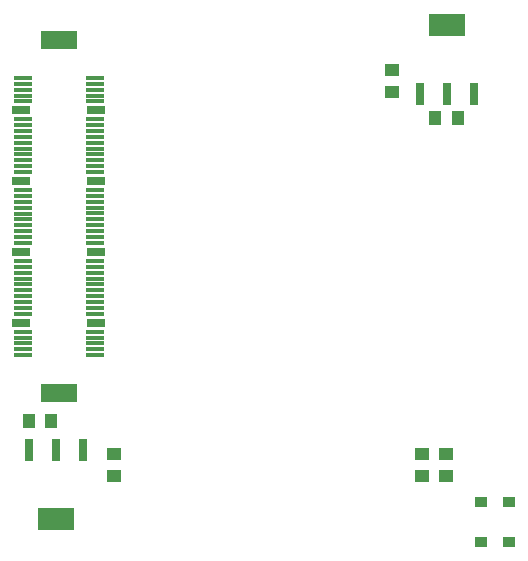
<source format=gbr>
G04 DipTrace 3.2.0.1*
G04 TopPaste.gbr*
%MOIN*%
G04 #@! TF.FileFunction,Paste,Top*
G04 #@! TF.Part,Single*
%ADD45R,0.062992X0.011699*%
%ADD46R,0.0589X0.0275*%
%ADD47R,0.122X0.0629*%
%ADD62R,0.120079X0.076772*%
%ADD64R,0.029528X0.076772*%
%ADD92R,0.055118X0.003937*%
%ADD94R,0.003937X0.055118*%
%ADD96R,0.041339X0.035433*%
%ADD98R,0.051181X0.043307*%
%ADD100R,0.043307X0.051181*%
%FSLAX26Y26*%
G04*
G70*
G90*
G75*
G01*
G04 TopPaste*
%LPD*%
D100*
X2086614Y1874016D3*
X2011811D3*
D98*
X1866142Y2035433D3*
Y1960630D3*
D100*
X657480Y866142D3*
X732283D3*
D98*
X940945Y681102D3*
Y755906D3*
D96*
X2165354Y460630D3*
X2257874D3*
X2165354Y594488D3*
X2257874D3*
D94*
X1078740Y1094488D3*
X1098425D3*
X1118110D3*
X1137795D3*
X1157480D3*
X1177165D3*
X1196850D3*
X1216535D3*
X1236220D3*
X1255906D3*
X1275591D3*
X1295276D3*
X1314961D3*
X1334646D3*
X1354331D3*
X1374016D3*
X1393701D3*
X1413386D3*
X1433071D3*
X1452756D3*
X1472441D3*
X1492126D3*
X1511811D3*
X1531496D3*
X1551181D3*
X1570866D3*
X1590551D3*
X1610236D3*
X1629921D3*
X1649606D3*
X1669291D3*
X1688976D3*
X1708661D3*
X1728346D3*
X1748031D3*
X1767717D3*
D92*
X1844488Y1171260D3*
Y1190945D3*
Y1210630D3*
Y1230315D3*
Y1250000D3*
Y1269685D3*
Y1289370D3*
Y1309055D3*
Y1328740D3*
Y1348425D3*
Y1368110D3*
Y1387795D3*
Y1407480D3*
Y1427165D3*
Y1446850D3*
Y1466535D3*
Y1486220D3*
Y1505906D3*
Y1525591D3*
Y1545276D3*
Y1564961D3*
Y1584646D3*
Y1604331D3*
Y1624016D3*
Y1643701D3*
Y1663386D3*
Y1683071D3*
Y1702756D3*
Y1722441D3*
Y1742126D3*
Y1761811D3*
Y1781496D3*
Y1801181D3*
Y1820866D3*
Y1840551D3*
Y1860236D3*
D94*
X1767717Y1937008D3*
X1748031D3*
X1728346D3*
X1708661D3*
X1688976D3*
X1669291D3*
X1649606D3*
X1629921D3*
X1610236D3*
X1590551D3*
X1570866D3*
X1551181D3*
X1531496D3*
X1511811D3*
X1492126D3*
X1472441D3*
X1452756D3*
X1433071D3*
X1413386D3*
X1393701D3*
X1374016D3*
X1354331D3*
X1334646D3*
X1314961D3*
X1295276D3*
X1275591D3*
X1255906D3*
X1236220D3*
X1216535D3*
X1196850D3*
X1177165D3*
X1157480D3*
X1137795D3*
X1118110D3*
X1098425D3*
X1078740D3*
D92*
X1001969Y1860236D3*
Y1840551D3*
Y1820866D3*
Y1801181D3*
Y1781496D3*
Y1761811D3*
Y1742126D3*
Y1722441D3*
Y1702756D3*
Y1683071D3*
Y1663386D3*
Y1643701D3*
Y1624016D3*
Y1604331D3*
Y1584646D3*
Y1564961D3*
Y1545276D3*
Y1525591D3*
Y1505906D3*
Y1486220D3*
Y1466535D3*
Y1446850D3*
Y1427165D3*
Y1407480D3*
Y1387795D3*
Y1368110D3*
Y1348425D3*
Y1328740D3*
Y1309055D3*
Y1289370D3*
Y1269685D3*
Y1250000D3*
Y1230315D3*
Y1210630D3*
Y1190945D3*
Y1171260D3*
D45*
X636008Y1084005D3*
X876042Y1162706D3*
X635808Y1221707D3*
X875843D3*
X635808Y1241406D3*
X875942Y1241507D3*
X635808Y1261206D3*
X875942D3*
X635808Y1280908D3*
X875843D3*
X635808Y1300509D3*
X875843Y1084005D3*
Y1300509D3*
X635808Y1320206D3*
X875942Y1320306D3*
X635808Y1339907D3*
X875942D3*
X635808Y1359508D3*
X875942Y1359608D3*
X635808Y1379207D3*
X875942Y1379308D3*
X635808Y1399007D3*
X635908Y1103706D3*
X875942Y1399007D3*
X636209Y1458209D3*
X876143D3*
X636209Y1477907D3*
X876343Y1478008D3*
X636209Y1497707D3*
X876343D3*
X636209Y1517507D3*
X876143D3*
X636209Y1537007D3*
X875843Y1103706D3*
X876143Y1537007D3*
X636209Y1556706D3*
X876343Y1556904D3*
X636220Y1576496D3*
X876343Y1576505D3*
X636209Y1596009D3*
X876343Y1596209D3*
X636209Y1615709D3*
X876343Y1615908D3*
X636209Y1635508D3*
X636008Y1123408D3*
X876343Y1635508D3*
X636209Y1694407D3*
X876042D3*
X636209Y1714007D3*
X876343Y1714205D3*
X636209Y1733906D3*
X876343D3*
X636209Y1753707D3*
X876042D3*
X636209Y1773207D3*
X876042Y1123408D3*
Y1773207D3*
X636209Y1792907D3*
X876343Y1793008D3*
X636209Y1812706D3*
X876343D3*
X636209Y1832206D3*
X876343Y1832407D3*
X636209Y1851907D3*
X876343Y1852008D3*
X636209Y1871705D3*
X636008Y1143008D3*
X876343Y1871705D3*
X636008Y1930408D3*
X875843D3*
X636008Y1950007D3*
X875843D3*
X636008Y1969707D3*
X876042D3*
X636008Y1989407D3*
X876042D3*
X636008Y2009008D3*
X876042Y1143008D3*
Y2009008D3*
D46*
X631997Y1192207D3*
X879853D3*
X631997Y1428505D3*
X879853D3*
X631997Y1664706D3*
X879853D3*
X631997Y1901009D3*
X879853D3*
D47*
X755925Y958606D3*
D45*
X636008Y1162706D3*
D47*
X755925Y2135207D3*
D98*
X1968504Y681102D3*
Y755906D3*
X2047244Y681102D3*
Y755906D3*
D64*
X1960630Y1956693D3*
X2051181D3*
X2141732D3*
D62*
X2051181Y2185039D3*
D64*
X838583Y767717D3*
X748031D3*
X657480D3*
D62*
X748031Y539370D3*
M02*

</source>
